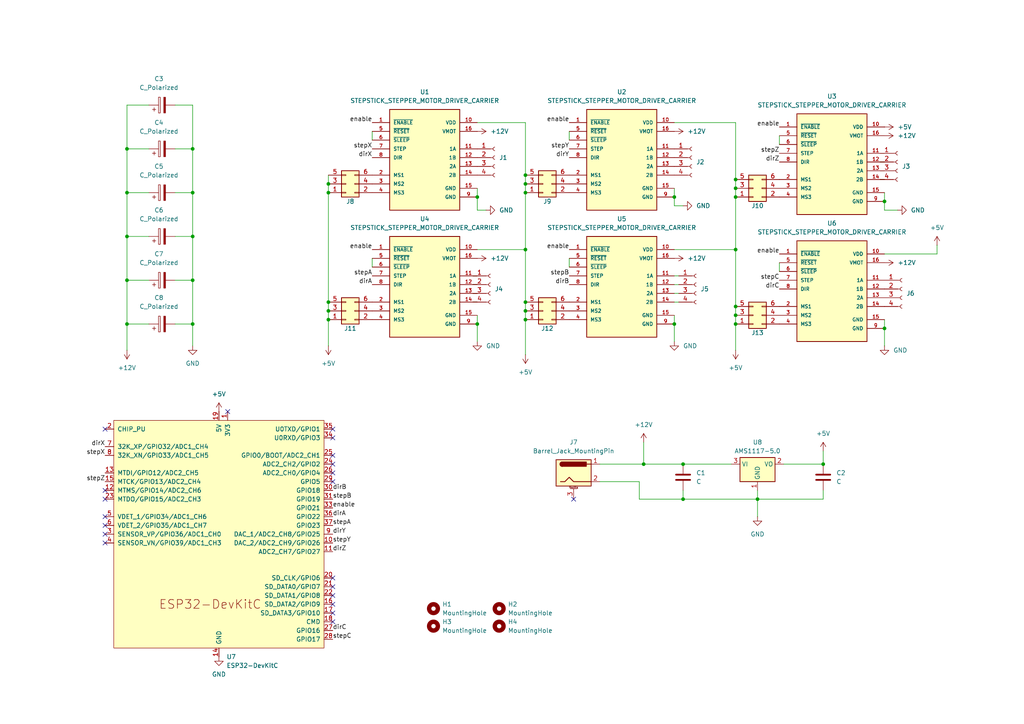
<source format=kicad_sch>
(kicad_sch (version 20231120) (generator "eeschema") (generator_version "8.0")
  (paper "A4")
  (lib_symbols
    (symbol "Library:+12V" (power) (pin_numbers hide) (pin_names (offset 0) hide)
      (property "Value" "+12V" (at 0 3.556 0))
      (symbol "+12V_0_1"
        (polyline (pts (xy -0.762 1.27) (xy 0 2.54)))
        (polyline (pts (xy 0 0) (xy 0 2.54)))
        (polyline (pts (xy 0 2.54) (xy 0.762 1.27)))
      )
      (symbol "+12V_1_1"
        (pin power_in line (at 0 0 90) (length 0) (name "~") (number "1"))
      )
    )
    (symbol "Library:+5V" (power) (pin_numbers hide) (pin_names (offset 0) hide)
      (property "Value" "+5V" (at 0 3.556 0))
      (symbol "+5V_0_1"
        (polyline (pts (xy -0.762 1.27) (xy 0 2.54)))
        (polyline (pts (xy 0 0) (xy 0 2.54)))
        (polyline (pts (xy 0 2.54) (xy 0.762 1.27)))
      )
      (symbol "+5V_1_1"
        (pin power_in line (at 0 0 90) (length 0) (name "~") (number "1"))
      )
    )
    (symbol "Library:AMS1117-5.0"
      (property "Reference" "U" (at -3.81 3.175 0))
      (property "Value" "AMS1117-5.0" (at 0 3.175 0))
      (symbol "AMS1117-5.0_0_1"
        (rectangle (start -5.08 -5.08) (end 5.08 1.905) (stroke (width 0.254)) (fill (type background)))
      )
      (symbol "AMS1117-5.0_1_1"
        (pin power_in line (at 0 -7.62 90) (length 2.54) (name "GND") (number "1"))
        (pin power_out line (at 7.62 0 180) (length 2.54) (name "VO") (number "2"))
        (pin power_in line (at -7.62 0 0) (length 2.54) (name "VI") (number "3"))
      )
    )
    (symbol "Library:Barrel_Jack_MountingPin" (pin_names hide)
      (property "Reference" "J" (at 0 5.334 0))
      (property "Value" "Barrel_Jack_MountingPin" (at 1.27 -6.35 0))
      (symbol "Barrel_Jack_MountingPin_0_1"
        (rectangle (start -5.08 3.81) (end 5.08 -3.81) (stroke (width 0.254)) (fill (type background)))
        (arc (start -3.302 3.175) (mid -3.9343 2.54) (end -3.302 1.905) (stroke (width 0.254)))
        (arc (start -3.302 3.175) (mid -3.9343 2.54) (end -3.302 1.905) (stroke (width 0.254)) (fill (type outline)))
        (polyline (pts (xy 5.08 2.54) (xy 3.81 2.54)) (stroke (width 0.254)))
        (polyline (pts (xy -3.81 -2.54) (xy -2.54 -2.54) (xy -1.27 -1.27) (xy 0 -2.54) (xy 2.54 -2.54) (xy 5.08 -2.54)) (stroke (width 0.254)))
        (rectangle (start 3.683 3.175) (end -3.302 1.905) (stroke (width 0.254)) (fill (type outline)))
      )
      (symbol "Barrel_Jack_MountingPin_1_1"
        (polyline (pts (xy -1.016 -4.572) (xy 1.016 -4.572)) (stroke (width 0.1524)))
        (text "Mounting" (at 0 -4.191 0) (effects (font (size 0.381 0.381))))
        (pin passive line (at 7.62 2.54 180) (length 2.54) (name "~") (number "1"))
        (pin passive line (at 7.62 -2.54 180) (length 2.54) (name "~") (number "2"))
        (pin passive line (at 0 -7.62 90) (length 3.048) (name "MountPin") (number "3"))
      )
    )
    (symbol "Library:C" (pin_numbers hide) (pin_names (offset 0.254))
      (property "Reference" "C" (at 0.635 2.54 0))
      (property "Value" "C" (at 0.635 -2.54 0))
      (symbol "C_0_1"
        (polyline (pts (xy -2.032 -0.762) (xy 2.032 -0.762)) (stroke (width 0.508)))
        (polyline (pts (xy -2.032 0.762) (xy 2.032 0.762)) (stroke (width 0.508)))
      )
      (symbol "C_1_1"
        (pin passive line (at 0 3.81 270) (length 2.794) (name "~") (number "1"))
        (pin passive line (at 0 -3.81 90) (length 2.794) (name "~") (number "2"))
      )
    )
    (symbol "Library:C_Polarized" (pin_numbers hide) (pin_names (offset 0.254))
      (property "Reference" "C" (at 0.635 2.54 0))
      (property "Value" "C_Polarized" (at 0.635 -2.54 0))
      (symbol "C_Polarized_0_1"
        (rectangle (start -2.286 0.508) (end 2.286 1.016))
        (polyline (pts (xy -1.778 2.286) (xy -0.762 2.286)))
        (polyline (pts (xy -1.27 2.794) (xy -1.27 1.778)))
        (rectangle (start 2.286 -0.508) (end -2.286 -1.016) (fill (type outline)))
      )
      (symbol "C_Polarized_1_1"
        (pin passive line (at 0 3.81 270) (length 2.794) (name "~") (number "1"))
        (pin passive line (at 0 -3.81 90) (length 2.794) (name "~") (number "2"))
      )
    )
    (symbol "Library:Conn_01x04_Socket" (pin_names (offset 1.016) hide)
      (property "Reference" "J" (at 0 5.08 0))
      (property "Value" "Conn_01x04_Socket" (at 0 -7.62 0))
      (symbol "Conn_01x04_Socket_1_1"
        (arc (start 0 -4.572) (mid -0.5058 -5.08) (end 0 -5.588) (stroke (width 0.1524)))
        (arc (start 0 -2.032) (mid -0.5058 -2.54) (end 0 -3.048) (stroke (width 0.1524)))
        (polyline (pts (xy -1.27 -5.08) (xy -0.508 -5.08)) (stroke (width 0.1524)))
        (polyline (pts (xy -1.27 -2.54) (xy -0.508 -2.54)) (stroke (width 0.1524)))
        (polyline (pts (xy -1.27 0) (xy -0.508 0)) (stroke (width 0.1524)))
        (polyline (pts (xy -1.27 2.54) (xy -0.508 2.54)) (stroke (width 0.1524)))
        (arc (start 0 0.508) (mid -0.5058 0) (end 0 -0.508) (stroke (width 0.1524)))
        (arc (start 0 3.048) (mid -0.5058 2.54) (end 0 2.032) (stroke (width 0.1524)))
        (pin passive line (at -5.08 2.54 0) (length 3.81) (name "Pin_1") (number "1"))
        (pin passive line (at -5.08 0 0) (length 3.81) (name "Pin_2") (number "2"))
        (pin passive line (at -5.08 -2.54 0) (length 3.81) (name "Pin_3") (number "3"))
        (pin passive line (at -5.08 -5.08 0) (length 3.81) (name "Pin_4") (number "4"))
      )
    )
    (symbol "Library:Conn_02x03_Odd_Even" (pin_names (offset 1.016) hide)
      (property "Reference" "J" (at 1.27 5.08 0))
      (property "Value" "Conn_02x03_Odd_Even" (at 1.27 -5.08 0))
      (symbol "Conn_02x03_Odd_Even_1_1"
        (rectangle (start -1.27 -2.413) (end 0 -2.667) (stroke (width 0.1524)))
        (rectangle (start -1.27 0.127) (end 0 -0.127) (stroke (width 0.1524)))
        (rectangle (start -1.27 2.667) (end 0 2.413) (stroke (width 0.1524)))
        (rectangle (start -1.27 3.81) (end 3.81 -3.81) (stroke (width 0.254)) (fill (type background)))
        (rectangle (start 3.81 -2.413) (end 2.54 -2.667) (stroke (width 0.1524)))
        (rectangle (start 3.81 0.127) (end 2.54 -0.127) (stroke (width 0.1524)))
        (rectangle (start 3.81 2.667) (end 2.54 2.413) (stroke (width 0.1524)))
        (pin passive line (at -5.08 2.54 0) (length 3.81) (name "Pin_1") (number "1"))
        (pin passive line (at 7.62 2.54 180) (length 3.81) (name "Pin_2") (number "2"))
        (pin passive line (at -5.08 0 0) (length 3.81) (name "Pin_3") (number "3"))
        (pin passive line (at 7.62 0 180) (length 3.81) (name "Pin_4") (number "4"))
        (pin passive line (at -5.08 -2.54 0) (length 3.81) (name "Pin_5") (number "5"))
        (pin passive line (at 7.62 -2.54 180) (length 3.81) (name "Pin_6") (number "6"))
      )
    )
    (symbol "Library:ESP32-DevKitC" (pin_names (offset 1.016))
      (property "Reference" "U" (at -30.48 38.1 0))
      (property "Value" "ESP32-DevKitC" (at -30.48 35.56 0))
      (symbol "ESP32-DevKitC_0_0"
        (text "ESP32-DevKitC" (at -2.54 -20.32 0) (effects (font (size 2.54 2.54))))
        (pin power_in line (at 0 -35.56 90) (length 2.54) (name "GND") (number "14"))
        (pin power_in line (at 0 35.56 270) (length 2.54) (name "5V") (number "19"))
      )
      (symbol "ESP32-DevKitC_0_1"
        (rectangle (start -30.48 33.02) (end 30.48 -33.02) (fill (type background)))
      )
      (symbol "ESP32-DevKitC_1_1"
        (pin power_in line (at 2.54 35.56 270) (length 2.54) (name "3V3") (number "1"))
        (pin bidirectional line (at 33.02 -2.54 180) (length 2.54) (name "DAC_2/ADC2_CH9/GPIO26") (number "10"))
        (pin bidirectional line (at 33.02 -5.08 180) (length 2.54) (name "ADC2_CH7/GPIO27") (number "11"))
        (pin bidirectional line (at -33.02 12.7 0) (length 2.54) (name "MTMS/GPIO14/ADC2_CH6") (number "12"))
        (pin bidirectional line (at -33.02 17.78 0) (length 2.54) (name "MTDI/GPIO12/ADC2_CH5") (number "13"))
        (pin bidirectional line (at -33.02 15.24 0) (length 2.54) (name "MTCK/GPIO13/ADC2_CH4") (number "15"))
        (pin bidirectional line (at 33.02 -20.32 180) (length 2.54) (name "SD_DATA2/GPIO9") (number "16"))
        (pin bidirectional line (at 33.02 -22.86 180) (length 2.54) (name "SD_DATA3/GPIO10") (number "17"))
        (pin bidirectional line (at 33.02 -25.4 180) (length 2.54) (name "CMD") (number "18"))
        (pin input line (at -33.02 30.48 0) (length 2.54) (name "CHIP_PU") (number "2"))
        (pin bidirectional line (at 33.02 -12.7 180) (length 2.54) (name "SD_CLK/GPIO6") (number "20"))
        (pin bidirectional line (at 33.02 -15.24 180) (length 2.54) (name "SD_DATA0/GPIO7") (number "21"))
        (pin bidirectional line (at 33.02 -17.78 180) (length 2.54) (name "SD_DATA1/GPIO8") (number "22"))
        (pin bidirectional line (at -33.02 10.16 0) (length 2.54) (name "MTDO/GPIO15/ADC2_CH3") (number "23"))
        (pin bidirectional line (at 33.02 20.32 180) (length 2.54) (name "ADC2_CH2/GPIO2") (number "24"))
        (pin bidirectional line (at 33.02 22.86 180) (length 2.54) (name "GPIO0/BOOT/ADC2_CH1") (number "25"))
        (pin bidirectional line (at 33.02 17.78 180) (length 2.54) (name "ADC2_CH0/GPIO4") (number "26"))
        (pin bidirectional line (at 33.02 -27.94 180) (length 2.54) (name "GPIO16") (number "27"))
        (pin bidirectional line (at 33.02 -30.48 180) (length 2.54) (name "GPIO17") (number "28"))
        (pin bidirectional line (at 33.02 15.24 180) (length 2.54) (name "GPIO5") (number "29"))
        (pin input line (at -33.02 0 0) (length 2.54) (name "SENSOR_VP/GPIO36/ADC1_CH0") (number "3"))
        (pin bidirectional line (at 33.02 12.7 180) (length 2.54) (name "GPIO18") (number "30"))
        (pin bidirectional line (at 33.02 10.16 180) (length 2.54) (name "GPIO19") (number "31"))
        (pin passive line (at 0 -35.56 90) (length 2.54) hide (name "GND") (number "32"))
        (pin bidirectional line (at 33.02 7.62 180) (length 2.54) (name "GPIO21") (number "33"))
        (pin bidirectional line (at 33.02 27.94 180) (length 2.54) (name "U0RXD/GPIO3") (number "34"))
        (pin bidirectional line (at 33.02 30.48 180) (length 2.54) (name "U0TXD/GPIO1") (number "35"))
        (pin bidirectional line (at 33.02 5.08 180) (length 2.54) (name "GPIO22") (number "36"))
        (pin bidirectional line (at 33.02 2.54 180) (length 2.54) (name "GPIO23") (number "37"))
        (pin passive line (at 0 -35.56 90) (length 2.54) hide (name "GND") (number "38"))
        (pin input line (at -33.02 -2.54 0) (length 2.54) (name "SENSOR_VN/GPIO39/ADC1_CH3") (number "4"))
        (pin input line (at -33.02 5.08 0) (length 2.54) (name "VDET_1/GPIO34/ADC1_CH6") (number "5"))
        (pin input line (at -33.02 2.54 0) (length 2.54) (name "VDET_2/GPIO35/ADC1_CH7") (number "6"))
        (pin bidirectional line (at -33.02 25.4 0) (length 2.54) (name "32K_XP/GPIO32/ADC1_CH4") (number "7"))
        (pin bidirectional line (at -33.02 22.86 0) (length 2.54) (name "32K_XN/GPIO33/ADC1_CH5") (number "8"))
        (pin bidirectional line (at 33.02 0 180) (length 2.54) (name "DAC_1/ADC2_CH8/GPIO25") (number "9"))
      )
    )
    (symbol "Library:GND" (power) (pin_numbers hide) (pin_names (offset 0) hide)
      (property "Value" "GND" (at 0 -3.81 0))
      (symbol "GND_0_1"
        (polyline (pts (xy 0 0) (xy 0 -1.27) (xy 1.27 -1.27) (xy 0 -2.54) (xy -1.27 -1.27) (xy 0 -1.27)))
      )
      (symbol "GND_1_1"
        (pin power_in line (at 0 0 270) (length 0) (name "~") (number "1"))
      )
    )
    (symbol "Library:MountingHole" (pin_names (offset 1.016)) (exclude_from_sim yes) (in_bom no)
      (property "Reference" "H" (at 0 5.08 0))
      (property "Value" "MountingHole" (at 0 3.175 0))
      (symbol "MountingHole_0_1"
        (circle (center 0 0) (radius 1.27) (stroke (width 1.27)))
      )
    )
    (symbol "Library:STEPSTICK_STEPPER_MOTOR_DRIVER_CARRIER" (pin_names (offset 1.016))
      (property "Reference" "U" (at -11.684 11.938 0))
      (property "Value" "STEPSTICK_STEPPER_MOTOR_DRIVER_CARRIER" (at -22.098 -20.574 0))
      (symbol "STEPSTICK_STEPPER_MOTOR_DRIVER_CARRIER_0_0"
        (rectangle (start -12.7 11.43) (end 7.62 -17.78) (stroke (width 0.254)) (fill (type background)))
        (pin input line (at -17.78 7.62 0) (length 5.08) (name "~{ENABLE}") (number "1"))
        (pin power_in line (at 12.7 7.62 180) (length 5.08) (name "VDD") (number "10"))
        (pin output line (at 12.7 -5.08 180) (length 5.08) (name "2A") (number "13"))
        (pin output line (at 12.7 -7.62 180) (length 5.08) (name "2B") (number "14"))
        (pin power_in line (at 12.7 -11.43 180) (length 5.08) (name "GND") (number "15"))
        (pin power_in line (at 12.7 5.08 180) (length 5.08) (name "VMOT") (number "16"))
        (pin input line (at -17.78 -7.62 0) (length 5.08) (name "MS1") (number "2"))
        (pin input line (at -17.78 -10.16 0) (length 5.08) (name "MS2") (number "3"))
        (pin input line (at -17.78 -12.7 0) (length 5.08) (name "MS3") (number "4"))
        (pin input line (at -17.78 5.08 0) (length 5.08) (name "~{RESET}") (number "5"))
        (pin input line (at -17.78 2.54 0) (length 5.08) (name "~{SLEEP}") (number "6"))
        (pin input line (at -17.78 0 0) (length 5.08) (name "STEP") (number "7"))
        (pin input line (at -17.78 -2.54 0) (length 5.08) (name "DIR") (number "8"))
        (pin power_in line (at 12.7 -13.97 180) (length 5.08) (name "GND") (number "9"))
      )
      (symbol "STEPSTICK_STEPPER_MOTOR_DRIVER_CARRIER_1_0"
        (pin output line (at 12.7 0 180) (length 5.08) (name "1A") (number "11"))
        (pin output line (at 12.7 -2.54 180) (length 5.08) (name "1B") (number "12"))
      )
    )
  )
  (junction (at 195.58 57.15))
  (junction (at 152.4 55.88))
  (junction (at 213.36 93.98))
  (junction (at 55.88 81.28))
  (junction (at 213.36 57.15))
  (junction (at 36.83 68.58))
  (junction (at 152.4 50.8))
  (junction (at 213.36 54.61))
  (junction (at 55.88 93.98))
  (junction (at 256.54 95.25))
  (junction (at 198.12 144.78))
  (junction (at 36.83 81.28))
  (junction (at 36.83 55.88))
  (junction (at 198.12 134.62))
  (junction (at 186.69 134.62))
  (junction (at 55.88 43.18))
  (junction (at 36.83 93.98))
  (junction (at 55.88 68.58))
  (junction (at 95.25 90.17))
  (junction (at 95.25 87.63))
  (junction (at 256.54 58.42))
  (junction (at 138.43 93.98))
  (junction (at 238.76 134.62))
  (junction (at 152.4 53.34))
  (junction (at 36.83 43.18))
  (junction (at 152.4 87.63))
  (junction (at 152.4 72.39))
  (junction (at 152.4 92.71))
  (junction (at 152.4 90.17))
  (junction (at 95.25 92.71))
  (junction (at 195.58 93.98))
  (junction (at 95.25 53.34))
  (junction (at 213.36 91.44))
  (junction (at 213.36 72.39))
  (junction (at 213.36 52.07))
  (junction (at 95.25 55.88))
  (junction (at 219.71 144.78))
  (junction (at 213.36 88.9))
  (junction (at 55.88 55.88))
  (junction (at 138.43 57.15))
  (no_connect (at 30.48 152.4))
  (no_connect (at 96.52 180.34))
  (no_connect (at 96.52 124.46))
  (no_connect (at 30.48 124.46))
  (no_connect (at 96.52 175.26))
  (no_connect (at 30.48 154.94))
  (no_connect (at 30.48 142.24))
  (no_connect (at 96.52 177.8))
  (no_connect (at 96.52 132.08))
  (no_connect (at 30.48 149.86))
  (no_connect (at 66.04 119.38))
  (no_connect (at 96.52 127))
  (no_connect (at 96.52 134.62))
  (no_connect (at 96.52 170.18))
  (no_connect (at 166.37 144.78))
  (no_connect (at 30.48 157.48))
  (no_connect (at 30.48 144.78))
  (no_connect (at 96.52 172.72))
  (no_connect (at 96.52 137.16))
  (no_connect (at 96.52 139.7))
  (no_connect (at 96.52 167.64))
  (wire (pts (xy 55.88 68.58) (xy 55.88 81.28)))
  (wire (pts (xy 219.71 144.78) (xy 198.12 144.78)))
  (wire (pts (xy 185.42 139.7) (xy 173.99 139.7)))
  (wire (pts (xy 173.99 134.62) (xy 186.69 134.62)))
  (wire (pts (xy 36.83 93.98) (xy 36.83 101.6)))
  (wire (pts (xy 256.54 73.66) (xy 271.78 73.66)))
  (wire (pts (xy 195.58 80.01) (xy 196.85 80.01)))
  (wire (pts (xy 36.83 30.48) (xy 43.18 30.48)))
  (wire (pts (xy 138.43 85.09) (xy 137.16 85.09)))
  (wire (pts (xy 152.4 35.56) (xy 152.4 50.8)))
  (wire (pts (xy 198.12 134.62) (xy 212.09 134.62)))
  (wire (pts (xy 195.58 57.15) (xy 195.58 59.69)))
  (wire (pts (xy 198.12 144.78) (xy 198.12 142.24)))
  (wire (pts (xy 95.25 50.8) (xy 95.25 53.34)))
  (wire (pts (xy 138.43 87.63) (xy 137.16 87.63)))
  (wire (pts (xy 256.54 44.45) (xy 255.27 44.45)))
  (wire (pts (xy 36.83 68.58) (xy 36.83 81.28)))
  (wire (pts (xy 50.8 43.18) (xy 55.88 43.18)))
  (wire (pts (xy 213.36 54.61) (xy 213.36 57.15)))
  (wire (pts (xy 227.33 134.62) (xy 238.76 134.62)))
  (wire (pts (xy 213.36 35.56) (xy 213.36 52.07)))
  (wire (pts (xy 138.43 80.01) (xy 137.16 80.01)))
  (wire (pts (xy 138.43 54.61) (xy 138.43 57.15)))
  (wire (pts (xy 185.42 144.78) (xy 198.12 144.78)))
  (wire (pts (xy 152.4 90.17) (xy 152.4 92.71)))
  (wire (pts (xy 95.25 55.88) (xy 95.25 87.63)))
  (wire (pts (xy 195.58 85.09) (xy 196.85 85.09)))
  (wire (pts (xy 238.76 142.24) (xy 238.76 144.78)))
  (wire (pts (xy 50.8 55.88) (xy 55.88 55.88)))
  (wire (pts (xy 152.4 55.88) (xy 152.4 72.39)))
  (wire (pts (xy 195.58 87.63) (xy 196.85 87.63)))
  (wire (pts (xy 165.1 74.93) (xy 165.1 77.47)))
  (wire (pts (xy 138.43 91.44) (xy 138.43 93.98)))
  (wire (pts (xy 256.54 46.99) (xy 255.27 46.99)))
  (wire (pts (xy 195.58 72.39) (xy 213.36 72.39)))
  (wire (pts (xy 256.54 52.07) (xy 255.27 52.07)))
  (wire (pts (xy 95.25 53.34) (xy 95.25 55.88)))
  (wire (pts (xy 195.58 54.61) (xy 195.58 57.15)))
  (wire (pts (xy 195.58 82.55) (xy 196.85 82.55)))
  (wire (pts (xy 186.69 134.62) (xy 198.12 134.62)))
  (wire (pts (xy 50.8 81.28) (xy 55.88 81.28)))
  (wire (pts (xy 195.58 35.56) (xy 213.36 35.56)))
  (wire (pts (xy 152.4 50.8) (xy 152.4 53.34)))
  (wire (pts (xy 256.54 95.25) (xy 256.54 100.33)))
  (wire (pts (xy 185.42 139.7) (xy 185.42 144.78)))
  (wire (pts (xy 36.83 30.48) (xy 36.83 43.18)))
  (wire (pts (xy 165.1 38.1) (xy 165.1 40.64)))
  (wire (pts (xy 152.4 92.71) (xy 152.4 102.87)))
  (wire (pts (xy 138.43 35.56) (xy 152.4 35.56)))
  (wire (pts (xy 36.83 55.88) (xy 36.83 68.58)))
  (wire (pts (xy 256.54 55.88) (xy 256.54 58.42)))
  (wire (pts (xy 50.8 68.58) (xy 55.88 68.58)))
  (wire (pts (xy 138.43 57.15) (xy 138.43 60.96)))
  (wire (pts (xy 226.06 39.37) (xy 226.06 41.91)))
  (wire (pts (xy 256.54 92.71) (xy 256.54 95.25)))
  (wire (pts (xy 238.76 130.81) (xy 238.76 134.62)))
  (wire (pts (xy 95.25 90.17) (xy 95.25 92.71)))
  (wire (pts (xy 195.58 93.98) (xy 195.58 99.06)))
  (wire (pts (xy 107.95 74.93) (xy 107.95 77.47)))
  (wire (pts (xy 213.36 88.9) (xy 213.36 91.44)))
  (wire (pts (xy 256.54 58.42) (xy 256.54 60.96)))
  (wire (pts (xy 138.43 93.98) (xy 138.43 99.06)))
  (wire (pts (xy 55.88 55.88) (xy 55.88 68.58)))
  (wire (pts (xy 219.71 144.78) (xy 219.71 149.86)))
  (wire (pts (xy 213.36 52.07) (xy 213.36 54.61)))
  (wire (pts (xy 36.83 43.18) (xy 43.18 43.18)))
  (wire (pts (xy 152.4 72.39) (xy 152.4 87.63)))
  (wire (pts (xy 50.8 30.48) (xy 55.88 30.48)))
  (wire (pts (xy 55.88 43.18) (xy 55.88 55.88)))
  (wire (pts (xy 36.83 68.58) (xy 43.18 68.58)))
  (wire (pts (xy 138.43 82.55) (xy 137.16 82.55)))
  (wire (pts (xy 219.71 142.24) (xy 219.71 144.78)))
  (wire (pts (xy 271.78 73.66) (xy 271.78 71.12)))
  (wire (pts (xy 36.83 55.88) (xy 43.18 55.88)))
  (wire (pts (xy 152.4 53.34) (xy 152.4 55.88)))
  (wire (pts (xy 36.83 43.18) (xy 36.83 55.88)))
  (wire (pts (xy 256.54 49.53) (xy 255.27 49.53)))
  (wire (pts (xy 55.88 30.48) (xy 55.88 43.18)))
  (wire (pts (xy 213.36 93.98) (xy 213.36 101.6)))
  (wire (pts (xy 198.12 59.69) (xy 195.58 59.69)))
  (wire (pts (xy 152.4 87.63) (xy 152.4 90.17)))
  (wire (pts (xy 213.36 57.15) (xy 213.36 72.39)))
  (wire (pts (xy 186.69 128.27) (xy 186.69 134.62)))
  (wire (pts (xy 107.95 38.1) (xy 107.95 40.64)))
  (wire (pts (xy 195.58 91.44) (xy 195.58 93.98)))
  (wire (pts (xy 55.88 93.98) (xy 55.88 100.33)))
  (wire (pts (xy 55.88 81.28) (xy 55.88 93.98)))
  (wire (pts (xy 36.83 93.98) (xy 43.18 93.98)))
  (wire (pts (xy 36.83 81.28) (xy 43.18 81.28)))
  (wire (pts (xy 213.36 91.44) (xy 213.36 93.98)))
  (wire (pts (xy 138.43 72.39) (xy 152.4 72.39)))
  (wire (pts (xy 213.36 72.39) (xy 213.36 88.9)))
  (wire (pts (xy 95.25 87.63) (xy 95.25 90.17)))
  (wire (pts (xy 226.06 76.2) (xy 226.06 78.74)))
  (wire (pts (xy 95.25 92.71) (xy 95.25 100.33)))
  (wire (pts (xy 238.76 144.78) (xy 219.71 144.78)))
  (wire (pts (xy 260.35 60.96) (xy 256.54 60.96)))
  (wire (pts (xy 36.83 81.28) (xy 36.83 93.98)))
  (wire (pts (xy 138.43 60.96) (xy 140.97 60.96)))
  (wire (pts (xy 50.8 93.98) (xy 55.88 93.98)))
  (label "stepA" (at 96.52 152.4 0))
  (label "dirY" (at 165.1 45.72 180))
  (label "stepX" (at 30.48 132.08 180))
  (label "dirC" (at 226.06 83.82 180))
  (label "stepY" (at 165.1 43.18 180))
  (label "dirX" (at 107.95 45.72 180))
  (label "dirA" (at 96.52 149.86 0))
  (label "enable" (at 226.06 73.66 180))
  (label "stepX" (at 107.95 43.18 180))
  (label "stepC" (at 96.52 185.42 0))
  (label "enable" (at 96.52 147.32 0))
  (label "dirZ" (at 226.06 46.99 180))
  (label "dirY" (at 96.52 154.94 0))
  (label "dirC" (at 96.52 182.88 0))
  (label "stepZ" (at 30.48 139.7 180))
  (label "enable" (at 107.95 72.39 180))
  (label "dirA" (at 107.95 82.55 180))
  (label "stepB" (at 96.52 144.78 0))
  (label "dirB" (at 96.52 142.24 0))
  (label "dirB" (at 165.1 82.55 180))
  (label "stepY" (at 96.52 157.48 0))
  (label "stepZ" (at 226.06 44.45 180))
  (label "dirX" (at 30.48 129.54 180))
  (label "stepA" (at 107.95 80.01 180))
  (label "dirZ" (at 96.52 160.02 0))
  (label "stepB" (at 165.1 80.01 180))
  (label "enable" (at 226.06 36.83 180))
  (label "stepC" (at 226.06 81.28 180))
  (label "enable" (at 165.1 35.56 180))
  (label "enable" (at 165.1 72.39 180))
  (label "enable" (at 107.95 35.56 180))
  (symbol (lib_id "Library:MountingHole") (at 144.78 181.61 0) (unit 1) (exclude_from_sim yes) (in_bom no)
    (property "Reference" "H4" (at 147.32 180.3399 0) (effects (justify left)))
    (property "Value" "MountingHole" (at 147.32 182.8799 0) (effects (justify left)))
    (property "Footprint" "MountingHole:MountingHole_3mm" (effects (hide yes)))
    (property "Description" "Mounting Hole without connection" (effects (hide yes)))
  )
  (symbol (lib_id "Library:Conn_01x04_Socket") (at 142.24 82.55 0) (unit 1)
    (property "Reference" "J4" (at 143.51 83.8199 0) (effects (justify left)))
    (property "Value" "Conn_01x04_Socket" (effects (hide yes)))
    (property "Footprint" "Connector_JST:JST_XH_B4B-XH-A_1x04_P2.50mm_Vertical" (effects (hide yes)))
    (property "Description" "Generic connector, single row, 01x04, script generated" (effects (hide yes)))
  )
  (symbol (lib_id "Library:+5V") (at 238.76 130.81 0) (unit 1)
    (property "Reference" "#PWR8" (effects (hide yes)))
    (property "Value" "+5V" (at 238.76 125.73 0))
    (property "Description" "Power symbol creates a global label with name \"+5V\"" (effects (hide yes)))
  )
  (symbol (lib_id "Library:Conn_02x03_Odd_Even") (at 218.44 54.61 0) (mirror x) (unit 1)
    (property "Reference" "J10" (at 219.71 59.69 0))
    (property "Value" "Conn_02x03_Odd_Even" (effects (hide yes)))
    (property "Footprint" "Connector_PinHeader_2.54mm:PinHeader_2x03_P2.54mm_Vertical" (effects (hide yes)))
    (property "Description" "Generic connector, double row, 02x03, odd/even pin numbering scheme (row 1 odd numbers, row 2 even numbers), script generated (kicad-library-utils/schlib/autogen/connector/)" (effects (hide yes)))
  )
  (symbol (lib_id "Library:GND") (at 63.5 190.5 0) (unit 1)
    (property "Reference" "#PWR22" (effects (hide yes)))
    (property "Value" "GND" (at 63.5 195.58 0))
    (property "Description" "Power symbol creates a global label with name \"GND\" , ground" (effects (hide yes)))
  )
  (symbol (lib_id "Library:C_Polarized") (at 46.99 93.98 90) (unit 1)
    (property "Reference" "C8" (at 46.101 86.36 90))
    (property "Value" "C_Polarized" (at 46.101 88.9 90))
    (property "Footprint" "Capacitor_SMD:C_Elec_6.3x7.7" (effects (hide yes)))
    (property "Description" "Polarized capacitor" (effects (hide yes)))
  )
  (symbol (lib_id "Library:GND") (at 260.35 60.96 90) (unit 1)
    (property "Reference" "#PWR3" (effects (hide yes)))
    (property "Value" "GND" (at 264.16 60.9599 90) (effects (justify right)))
    (property "Description" "Power symbol creates a global label with name \"GND\" , ground" (effects (hide yes)))
  )
  (symbol (lib_id "Library:Conn_02x03_Odd_Even") (at 100.33 53.34 0) (mirror x) (unit 1)
    (property "Reference" "J8" (at 101.6 58.42 0))
    (property "Value" "Conn_02x03_Odd_Even" (effects (hide yes)))
    (property "Footprint" "Connector_PinHeader_2.54mm:PinHeader_2x03_P2.54mm_Vertical" (effects (hide yes)))
    (property "Description" "Generic connector, double row, 02x03, odd/even pin numbering scheme (row 1 odd numbers, row 2 even numbers), script generated (kicad-library-utils/schlib/autogen/connector/)" (effects (hide yes)))
  )
  (symbol (lib_id "Library:STEPSTICK_STEPPER_MOTOR_DRIVER_CARRIER") (at 243.84 81.28 0) (unit 1)
    (property "Reference" "U6" (at 241.3 64.77 0))
    (property "Value" "STEPSTICK_STEPPER_MOTOR_DRIVER_CARRIER" (at 241.3 67.31 0))
    (property "Footprint" "Library:STEPSTICK_STEPPER_MOTOR_DRIVER_CARRIER" (effects (hide yes)))
    (property "MF" "  " (effects (hide yes)))
    (property "PACKAGE" " " (effects (hide yes)))
    (property "PRICE" " " (effects (hide yes)))
    (property "Package" " " (effects (hide yes)))
    (property "Check_prices" "  " (effects (hide yes)))
    (property "Price" " " (effects (hide yes)))
    (property "SnapEDA_Link" "  " (effects (hide yes)))
    (property "MP" "  " (effects (hide yes)))
    (property "Availability" "  " (effects (hide yes)))
    (property "AVAILABILITY" "  " (effects (hide yes)))
    (property "Description_1" " " (effects (hide yes)))
  )
  (symbol (lib_id "Library:GND") (at 55.88 100.33 0) (unit 1)
    (property "Reference" "#PWR24" (effects (hide yes)))
    (property "Value" "GND" (at 55.88 105.41 0))
    (property "Description" "Power symbol creates a global label with name \"GND\" , ground" (effects (hide yes)))
  )
  (symbol (lib_id "Library:+12V") (at 256.54 39.37 270) (unit 1)
    (property "Reference" "#PWR20" (effects (hide yes)))
    (property "Value" "+12V" (at 260.35 39.3699 90) (effects (justify left)))
    (property "Description" "Power symbol creates a global label with name \"+12V\"" (effects (hide yes)))
  )
  (symbol (lib_id "Library:STEPSTICK_STEPPER_MOTOR_DRIVER_CARRIER") (at 243.84 44.45 0) (unit 1)
    (property "Reference" "U3" (at 241.3 27.94 0))
    (property "Value" "STEPSTICK_STEPPER_MOTOR_DRIVER_CARRIER" (at 241.3 30.48 0))
    (property "Footprint" "Library:STEPSTICK_STEPPER_MOTOR_DRIVER_CARRIER" (effects (hide yes)))
    (property "MF" "  " (effects (hide yes)))
    (property "PACKAGE" " " (effects (hide yes)))
    (property "PRICE" " " (effects (hide yes)))
    (property "Package" " " (effects (hide yes)))
    (property "Check_prices" "  " (effects (hide yes)))
    (property "Price" " " (effects (hide yes)))
    (property "SnapEDA_Link" "  " (effects (hide yes)))
    (property "MP" "  " (effects (hide yes)))
    (property "Availability" "  " (effects (hide yes)))
    (property "AVAILABILITY" "  " (effects (hide yes)))
    (property "Description_1" " " (effects (hide yes)))
  )
  (symbol (lib_id "Library:+12V") (at 195.58 38.1 270) (unit 1)
    (property "Reference" "#PWR17" (effects (hide yes)))
    (property "Value" "+12V" (at 199.39 38.0999 90) (effects (justify left)))
    (property "Description" "Power symbol creates a global label with name \"+12V\"" (effects (hide yes)))
  )
  (symbol (lib_id "Library:GND") (at 256.54 100.33 0) (unit 1)
    (property "Reference" "#PWR6" (effects (hide yes)))
    (property "Value" "GND" (at 259.08 101.5999 0) (effects (justify left)))
    (property "Description" "Power symbol creates a global label with name \"GND\" , ground" (effects (hide yes)))
  )
  (symbol (lib_id "Library:+5V") (at 63.5 119.38 0) (unit 1)
    (property "Reference" "#PWR21" (effects (hide yes)))
    (property "Value" "+5V" (at 63.5 114.3 0))
    (property "Description" "Power symbol creates a global label with name \"+5V\"" (effects (hide yes)))
  )
  (symbol (lib_id "Library:Conn_02x03_Odd_Even") (at 157.48 53.34 0) (mirror x) (unit 1)
    (property "Reference" "J9" (at 158.75 58.42 0))
    (property "Value" "Conn_02x03_Odd_Even" (effects (hide yes)))
    (property "Footprint" "Connector_PinHeader_2.54mm:PinHeader_2x03_P2.54mm_Vertical" (effects (hide yes)))
    (property "Description" "Generic connector, double row, 02x03, odd/even pin numbering scheme (row 1 odd numbers, row 2 even numbers), script generated (kicad-library-utils/schlib/autogen/connector/)" (effects (hide yes)))
  )
  (symbol (lib_id "Library:C") (at 198.12 138.43 0) (unit 1)
    (property "Reference" "C1" (at 201.93 137.1599 0) (effects (justify left)))
    (property "Value" "C" (at 201.93 139.6999 0) (effects (justify left)))
    (property "Footprint" "Capacitor_SMD:C_0603_1608Metric_Pad1.08x0.95mm_HandSolder" (effects (hide yes)))
    (property "Description" "Unpolarized capacitor" (effects (hide yes)))
  )
  (symbol (lib_id "Library:+5V") (at 213.36 101.6 180) (unit 1)
    (property "Reference" "#PWR12" (effects (hide yes)))
    (property "Value" "+5V" (at 213.36 106.68 0))
    (property "Description" "Power symbol creates a global label with name \"+5V\"" (effects (hide yes)))
  )
  (symbol (lib_id "Library:+5V") (at 271.78 71.12 0) (unit 1)
    (property "Reference" "#PWR14" (effects (hide yes)))
    (property "Value" "+5V" (at 271.78 66.04 0))
    (property "Description" "Power symbol creates a global label with name \"+5V\"" (effects (hide yes)))
  )
  (symbol (lib_id "Library:C_Polarized") (at 46.99 68.58 90) (unit 1)
    (property "Reference" "C6" (at 46.101 60.96 90))
    (property "Value" "C_Polarized" (at 46.101 63.5 90))
    (property "Footprint" "Capacitor_SMD:C_Elec_6.3x7.7" (effects (hide yes)))
    (property "Description" "Polarized capacitor" (effects (hide yes)))
  )
  (symbol (lib_id "Library:GND") (at 138.43 99.06 0) (unit 1)
    (property "Reference" "#PWR4" (effects (hide yes)))
    (property "Value" "GND" (at 140.97 100.3299 0) (effects (justify left)))
    (property "Description" "Power symbol creates a global label with name \"GND\" , ground" (effects (hide yes)))
  )
  (symbol (lib_id "Library:+5V") (at 95.25 100.33 180) (unit 1)
    (property "Reference" "#PWR10" (effects (hide yes)))
    (property "Value" "+5V" (at 95.25 105.41 0))
    (property "Description" "Power symbol creates a global label with name \"+5V\"" (effects (hide yes)))
  )
  (symbol (lib_id "Library:Barrel_Jack_MountingPin") (at 166.37 137.16 0) (unit 1)
    (property "Reference" "J7" (at 166.37 128.27 0))
    (property "Value" "Barrel_Jack_MountingPin" (at 166.37 130.81 0))
    (property "Footprint" "Connector_BarrelJack:BarrelJack_Horizontal" (effects (hide yes)))
    (property "Description" "DC Barrel Jack with a mounting pin" (effects (hide yes)))
  )
  (symbol (lib_id "Library:Conn_01x04_Socket") (at 261.62 83.82 0) (unit 1)
    (property "Reference" "J6" (at 262.89 85.0899 0) (effects (justify left)))
    (property "Value" "Conn_01x04_Socket" (effects (hide yes)))
    (property "Footprint" "Connector_JST:JST_XH_B4B-XH-A_1x04_P2.50mm_Vertical" (effects (hide yes)))
    (property "Description" "Generic connector, single row, 01x04, script generated" (effects (hide yes)))
  )
  (symbol (lib_id "Library:C") (at 238.76 138.43 0) (unit 1)
    (property "Reference" "C2" (at 242.57 137.1599 0) (effects (justify left)))
    (property "Value" "C" (at 242.57 139.6999 0) (effects (justify left)))
    (property "Footprint" "Capacitor_SMD:C_1206_3216Metric_Pad1.33x1.80mm_HandSolder" (effects (hide yes)))
    (property "Description" "Unpolarized capacitor" (effects (hide yes)))
  )
  (symbol (lib_id "Library:Conn_02x03_Odd_Even") (at 218.44 91.44 0) (mirror x) (unit 1)
    (property "Reference" "J13" (at 219.71 96.52 0))
    (property "Value" "Conn_02x03_Odd_Even" (effects (hide yes)))
    (property "Footprint" "Connector_PinHeader_2.54mm:PinHeader_2x03_P2.54mm_Vertical" (effects (hide yes)))
    (property "Description" "Generic connector, double row, 02x03, odd/even pin numbering scheme (row 1 odd numbers, row 2 even numbers), script generated (kicad-library-utils/schlib/autogen/connector/)" (effects (hide yes)))
  )
  (symbol (lib_id "Library:STEPSTICK_STEPPER_MOTOR_DRIVER_CARRIER") (at 182.88 80.01 0) (unit 1)
    (property "Reference" "U5" (at 180.34 63.5 0))
    (property "Value" "STEPSTICK_STEPPER_MOTOR_DRIVER_CARRIER" (at 180.34 66.04 0))
    (property "Footprint" "Library:STEPSTICK_STEPPER_MOTOR_DRIVER_CARRIER" (effects (hide yes)))
    (property "MF" "  " (effects (hide yes)))
    (property "PACKAGE" " " (effects (hide yes)))
    (property "PRICE" " " (effects (hide yes)))
    (property "Package" " " (effects (hide yes)))
    (property "Check_prices" "  " (effects (hide yes)))
    (property "Price" " " (effects (hide yes)))
    (property "SnapEDA_Link" "  " (effects (hide yes)))
    (property "MP" "  " (effects (hide yes)))
    (property "Availability" "  " (effects (hide yes)))
    (property "AVAILABILITY" "  " (effects (hide yes)))
    (property "Description_1" " " (effects (hide yes)))
  )
  (symbol (lib_id "Library:C_Polarized") (at 46.99 55.88 90) (unit 1)
    (property "Reference" "C5" (at 46.101 48.26 90))
    (property "Value" "C_Polarized" (at 46.101 50.8 90))
    (property "Footprint" "Capacitor_SMD:C_Elec_6.3x7.7" (effects (hide yes)))
    (property "Description" "Polarized capacitor" (effects (hide yes)))
  )
  (symbol (lib_id "Library:Conn_01x04_Socket") (at 200.66 45.72 0) (unit 1)
    (property "Reference" "J2" (at 201.93 46.9899 0) (effects (justify left)))
    (property "Value" "Conn_01x04_Socket" (effects (hide yes)))
    (property "Footprint" "Connector_JST:JST_XH_B4B-XH-A_1x04_P2.50mm_Vertical" (effects (hide yes)))
    (property "Description" "Generic connector, single row, 01x04, script generated" (effects (hide yes)))
  )
  (symbol (lib_id "Library:STEPSTICK_STEPPER_MOTOR_DRIVER_CARRIER") (at 182.88 43.18 0) (unit 1)
    (property "Reference" "U2" (at 180.34 26.67 0))
    (property "Value" "STEPSTICK_STEPPER_MOTOR_DRIVER_CARRIER" (at 180.34 29.21 0))
    (property "Footprint" "Library:STEPSTICK_STEPPER_MOTOR_DRIVER_CARRIER" (effects (hide yes)))
    (property "MF" "  " (effects (hide yes)))
    (property "PACKAGE" " " (effects (hide yes)))
    (property "PRICE" " " (effects (hide yes)))
    (property "Package" " " (effects (hide yes)))
    (property "Check_prices" "  " (effects (hide yes)))
    (property "Price" " " (effects (hide yes)))
    (property "SnapEDA_Link" "  " (effects (hide yes)))
    (property "MP" "  " (effects (hide yes)))
    (property "Availability" "  " (effects (hide yes)))
    (property "AVAILABILITY" "  " (effects (hide yes)))
    (property "Description_1" " " (effects (hide yes)))
  )
  (symbol (lib_id "Library:MountingHole") (at 125.73 176.53 0) (unit 1) (exclude_from_sim yes) (in_bom no)
    (property "Reference" "H1" (at 128.27 175.2599 0) (effects (justify left)))
    (property "Value" "MountingHole" (at 128.27 177.7999 0) (effects (justify left)))
    (property "Footprint" "MountingHole:MountingHole_3mm" (effects (hide yes)))
    (property "Description" "Mounting Hole without connection" (effects (hide yes)))
  )
  (symbol (lib_id "Library:+12V") (at 256.54 76.2 270) (unit 1)
    (property "Reference" "#PWR19" (effects (hide yes)))
    (property "Value" "+12V" (at 260.35 76.1999 90) (effects (justify left)))
    (property "Description" "Power symbol creates a global label with name \"+12V\"" (effects (hide yes)))
  )
  (symbol (lib_id "Library:STEPSTICK_STEPPER_MOTOR_DRIVER_CARRIER") (at 125.73 43.18 0) (unit 1)
    (property "Reference" "U1" (at 123.19 26.67 0))
    (property "Value" "STEPSTICK_STEPPER_MOTOR_DRIVER_CARRIER" (at 123.19 29.21 0))
    (property "Footprint" "Library:STEPSTICK_STEPPER_MOTOR_DRIVER_CARRIER" (effects (hide yes)))
    (property "MF" "  " (effects (hide yes)))
    (property "PACKAGE" " " (effects (hide yes)))
    (property "PRICE" " " (effects (hide yes)))
    (property "Package" " " (effects (hide yes)))
    (property "Check_prices" "  " (effects (hide yes)))
    (property "Price" " " (effects (hide yes)))
    (property "SnapEDA_Link" "  " (effects (hide yes)))
    (property "MP" "  " (effects (hide yes)))
    (property "Availability" "  " (effects (hide yes)))
    (property "AVAILABILITY" "  " (effects (hide yes)))
    (property "Description_1" " " (effects (hide yes)))
  )
  (symbol (lib_id "Library:+12V") (at 138.43 74.93 270) (unit 1)
    (property "Reference" "#PWR16" (effects (hide yes)))
    (property "Value" "+12V" (at 142.24 74.9299 90) (effects (justify left)))
    (property "Description" "Power symbol creates a global label with name \"+12V\"" (effects (hide yes)))
  )
  (symbol (lib_id "Library:Conn_01x04_Socket") (at 260.35 46.99 0) (unit 1)
    (property "Reference" "J3" (at 261.62 48.2599 0) (effects (justify left)))
    (property "Value" "Conn_01x04_Socket" (effects (hide yes)))
    (property "Footprint" "Connector_JST:JST_XH_B4B-XH-A_1x04_P2.50mm_Vertical" (effects (hide yes)))
    (property "Description" "Generic connector, single row, 01x04, script generated" (effects (hide yes)))
  )
  (symbol (lib_id "Library:+5V") (at 256.54 36.83 270) (unit 1)
    (property "Reference" "#PWR13" (effects (hide yes)))
    (property "Value" "+5V" (at 260.35 36.8299 90) (effects (justify left)))
    (property "Description" "Power symbol creates a global label with name \"+5V\"" (effects (hide yes)))
  )
  (symbol (lib_id "Library:C_Polarized") (at 46.99 43.18 90) (unit 1)
    (property "Reference" "C4" (at 46.101 35.56 90))
    (property "Value" "C_Polarized" (at 46.101 38.1 90))
    (property "Footprint" "Capacitor_SMD:C_Elec_6.3x7.7" (effects (hide yes)))
    (property "Description" "Polarized capacitor" (effects (hide yes)))
  )
  (symbol (lib_id "Library:GND") (at 219.71 149.86 0) (unit 1)
    (property "Reference" "#PWR7" (effects (hide yes)))
    (property "Value" "GND" (at 219.71 154.94 0))
    (property "Description" "Power symbol creates a global label with name \"GND\" , ground" (effects (hide yes)))
  )
  (symbol (lib_id "Library:C_Polarized") (at 46.99 81.28 90) (unit 1)
    (property "Reference" "C7" (at 46.101 73.66 90))
    (property "Value" "C_Polarized" (at 46.101 76.2 90))
    (property "Footprint" "Capacitor_SMD:C_Elec_6.3x7.7" (effects (hide yes)))
    (property "Description" "Polarized capacitor" (effects (hide yes)))
  )
  (symbol (lib_id "Library:Conn_01x04_Socket") (at 143.51 45.72 0) (unit 1)
    (property "Reference" "J1" (at 144.78 45.7199 0) (effects (justify left)))
    (property "Value" "Conn_01x04_Socket" (effects (hide yes)))
    (property "Footprint" "Connector_JST:JST_XH_B4B-XH-A_1x04_P2.50mm_Vertical" (effects (hide yes)))
    (property "Description" "Generic connector, single row, 01x04, script generated" (effects (hide yes)))
  )
  (symbol (lib_id "Library:+12V") (at 195.58 74.93 270) (unit 1)
    (property "Reference" "#PWR18" (effects (hide yes)))
    (property "Value" "+12V" (at 199.39 74.9299 90) (effects (justify left)))
    (property "Description" "Power symbol creates a global label with name \"+12V\"" (effects (hide yes)))
  )
  (symbol (lib_id "Library:AMS1117-5.0") (at 219.71 134.62 0) (unit 1)
    (property "Reference" "U8" (at 219.71 128.27 0))
    (property "Value" "AMS1117-5.0" (at 219.71 130.81 0))
    (property "Footprint" "Package_TO_SOT_SMD:SOT-223-3_TabPin2" (effects (hide yes)))
    (property "Datasheet" "http://www.advanced-monolithic.com/pdf/ds1117.pdf" (effects (hide yes)))
    (property "Description" "1A Low Dropout regulator, positive, 5.0V fixed output, SOT-223" (effects (hide yes)))
  )
  (symbol (lib_id "Library:STEPSTICK_STEPPER_MOTOR_DRIVER_CARRIER") (at 125.73 80.01 0) (unit 1)
    (property "Reference" "U4" (at 123.19 63.5 0))
    (property "Value" "STEPSTICK_STEPPER_MOTOR_DRIVER_CARRIER" (at 123.19 66.04 0))
    (property "Footprint" "Library:STEPSTICK_STEPPER_MOTOR_DRIVER_CARRIER" (effects (hide yes)))
    (property "MF" "  " (effects (hide yes)))
    (property "PACKAGE" " " (effects (hide yes)))
    (property "PRICE" " " (effects (hide yes)))
    (property "Package" " " (effects (hide yes)))
    (property "Check_prices" "  " (effects (hide yes)))
    (property "Price" " " (effects (hide yes)))
    (property "SnapEDA_Link" "  " (effects (hide yes)))
    (property "MP" "  " (effects (hide yes)))
    (property "Availability" "  " (effects (hide yes)))
    (property "AVAILABILITY" "  " (effects (hide yes)))
    (property "Description_1" " " (effects (hide yes)))
  )
  (symbol (lib_id "Library:GND") (at 140.97 60.96 90) (unit 1)
    (property "Reference" "#PWR1" (effects (hide yes)))
    (property "Value" "GND" (at 144.78 60.9599 90) (effects (justify right)))
    (property "Description" "Power symbol creates a global label with name \"GND\" , ground" (effects (hide yes)))
  )
  (symbol (lib_id "Library:Conn_02x03_Odd_Even") (at 100.33 90.17 0) (mirror x) (unit 1)
    (property "Reference" "J11" (at 101.6 95.25 0))
    (property "Value" "Conn_02x03_Odd_Even" (effects (hide yes)))
    (property "Footprint" "Connector_PinHeader_2.54mm:PinHeader_2x03_P2.54mm_Vertical" (effects (hide yes)))
    (property "Description" "Generic connector, double row, 02x03, odd/even pin numbering scheme (row 1 odd numbers, row 2 even numbers), script generated (kicad-library-utils/schlib/autogen/connector/)" (effects (hide yes)))
  )
  (symbol (lib_id "Library:GND") (at 195.58 99.06 0) (unit 1)
    (property "Reference" "#PWR5" (effects (hide yes)))
    (property "Value" "GND" (at 198.12 100.3299 0) (effects (justify left)))
    (property "Description" "Power symbol creates a global label with name \"GND\" , ground" (effects (hide yes)))
  )
  (symbol (lib_id "Library:ESP32-DevKitC") (at 63.5 154.94 0) (unit 1)
    (property "Reference" "U7" (at 65.6941 190.5 0) (effects (justify left)))
    (property "Value" "ESP32-DevKitC" (at 65.6941 193.04 0) (effects (justify left)))
    (property "Footprint" "Library:ESP32-DevKitC" (effects (hide yes)))
    (property "Datasheet" "https://docs.espressif.com/projects/esp-idf/zh_CN/latest/esp32/hw-reference/esp32/get-started-devkitc.html" (effects (hide yes)))
    (property "Description" "Development Kit" (effects (hide yes)))
  )
  (symbol (lib_id "Library:Conn_01x04_Socket") (at 201.93 82.55 0) (unit 1)
    (property "Reference" "J5" (at 203.2 83.8199 0) (effects (justify left)))
    (property "Value" "Conn_01x04_Socket" (effects (hide yes)))
    (property "Footprint" "Connector_JST:JST_XH_B4B-XH-A_1x04_P2.50mm_Vertical" (effects (hide yes)))
    (property "Description" "Generic connector, single row, 01x04, script generated" (effects (hide yes)))
  )
  (symbol (lib_id "Library:MountingHole") (at 125.73 181.61 0) (unit 1) (exclude_from_sim yes) (in_bom no)
    (property "Reference" "H3" (at 128.27 180.3399 0) (effects (justify left)))
    (property "Value" "MountingHole" (at 128.27 182.8799 0) (effects (justify left)))
    (property "Footprint" "MountingHole:MountingHole_3mm" (effects (hide yes)))
    (property "Description" "Mounting Hole without connection" (effects (hide yes)))
  )
  (symbol (lib_id "Library:GND") (at 198.12 59.69 90) (unit 1)
    (property "Reference" "#PWR2" (effects (hide yes)))
    (property "Value" "GND" (at 201.93 59.6899 90) (effects (justify right)))
    (property "Description" "Power symbol creates a global label with name \"GND\" , ground" (effects (hide yes)))
  )
  (symbol (lib_id "Library:+12V") (at 36.83 101.6 180) (unit 1)
    (property "Reference" "#PWR23" (effects (hide yes)))
    (property "Value" "+12V" (at 36.83 106.68 0))
    (property "Description" "Power symbol creates a global label with name \"+12V\"" (effects (hide yes)))
  )
  (symbol (lib_id "Library:+12V") (at 138.43 38.1 270) (unit 1)
    (property "Reference" "#PWR15" (effects (hide yes)))
    (property "Value" "+12V" (at 142.24 38.0999 90) (effects (justify left)))
    (property "Description" "Power symbol creates a global label with name \"+12V\"" (effects (hide yes)))
  )
  (symbol (lib_id "Library:Conn_02x03_Odd_Even") (at 157.48 90.17 0) (mirror x) (unit 1)
    (property "Reference" "J12" (at 158.75 95.25 0))
    (property "Value" "Conn_02x03_Odd_Even" (effects (hide yes)))
    (property "Footprint" "Connector_PinHeader_2.54mm:PinHeader_2x03_P2.54mm_Vertical" (effects (hide yes)))
    (property "Description" "Generic connector, double row, 02x03, odd/even pin numbering scheme (row 1 odd numbers, row 2 even numbers), script generated (kicad-library-utils/schlib/autogen/connector/)" (effects (hide yes)))
  )
  (symbol (lib_id "Library:MountingHole") (at 144.78 176.53 0) (unit 1) (exclude_from_sim yes) (in_bom no)
    (property "Reference" "H2" (at 147.32 175.2599 0) (effects (justify left)))
    (property "Value" "MountingHole" (at 147.32 177.7999 0) (effects (justify left)))
    (property "Footprint" "MountingHole:MountingHole_3mm" (effects (hide yes)))
    (property "Description" "Mounting Hole without connection" (effects (hide yes)))
  )
  (symbol (lib_id "Library:+5V") (at 152.4 102.87 180) (unit 1)
    (property "Reference" "#PWR11" (effects (hide yes)))
    (property "Value" "+5V" (at 152.4 107.95 0))
    (property "Description" "Power symbol creates a global label with name \"+5V\"" (effects (hide yes)))
  )
  (symbol (lib_id "Library:+12V") (at 186.69 128.27 0) (unit 1)
    (property "Reference" "#PWR9" (effects (hide yes)))
    (property "Value" "+12V" (at 186.69 123.19 0))
    (property "Description" "Power symbol creates a global label with name \"+12V\"" (effects (hide yes)))
  )
  (symbol (lib_id "Library:C_Polarized") (at 46.99 30.48 90) (unit 1)
    (property "Reference" "C3" (at 46.101 22.86 90))
    (property "Value" "C_Polarized" (at 46.101 25.4 90))
    (property "Footprint" "Capacitor_SMD:C_Elec_6.3x7.7" (effects (hide yes)))
    (property "Description" "Polarized capacitor" (effects (hide yes)))
  )
)
</source>
